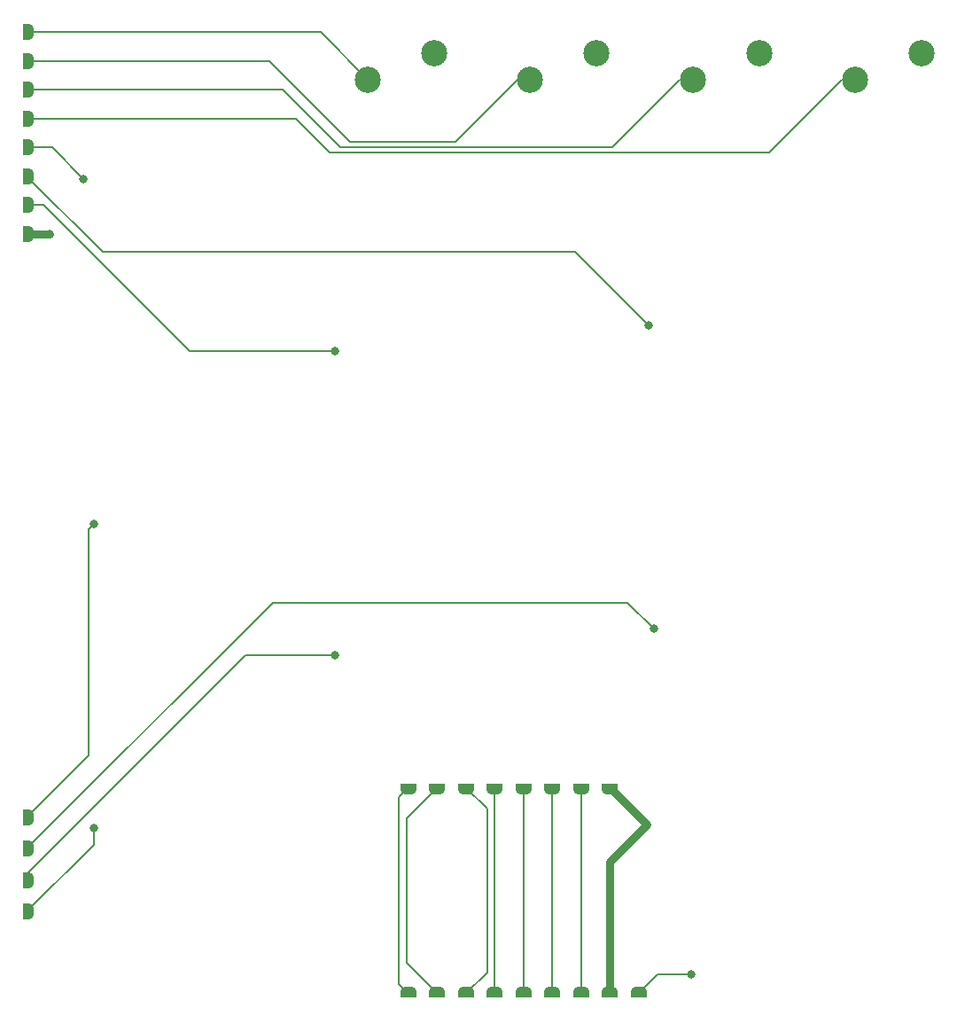
<source format=gbr>
%TF.GenerationSoftware,KiCad,Pcbnew,8.0.4*%
%TF.CreationDate,2024-07-29T01:23:14-07:00*%
%TF.ProjectId,panel_2,70616e65-6c5f-4322-9e6b-696361645f70,rev?*%
%TF.SameCoordinates,Original*%
%TF.FileFunction,Copper,L1,Top*%
%TF.FilePolarity,Positive*%
%FSLAX46Y46*%
G04 Gerber Fmt 4.6, Leading zero omitted, Abs format (unit mm)*
G04 Created by KiCad (PCBNEW 8.0.4) date 2024-07-29 01:23:14*
%MOMM*%
%LPD*%
G01*
G04 APERTURE LIST*
G04 Aperture macros list*
%AMFreePoly0*
4,1,19,0.000000,0.744911,0.071157,0.744911,0.207708,0.704816,0.327430,0.627875,0.420627,0.520320,0.479746,0.390866,0.500000,0.250000,0.500000,-0.250000,0.479746,-0.390866,0.420627,-0.520320,0.327430,-0.627875,0.207708,-0.704816,0.071157,-0.744911,0.000000,-0.744911,0.000000,-0.750000,-0.500000,-0.750000,-0.500000,0.750000,0.000000,0.750000,0.000000,0.744911,0.000000,0.744911,
$1*%
%AMFreePoly1*
4,1,19,0.500000,-0.750000,0.000000,-0.750000,0.000000,-0.744911,-0.071157,-0.744911,-0.207708,-0.704816,-0.327430,-0.627875,-0.420627,-0.520320,-0.479746,-0.390866,-0.500000,-0.250000,-0.500000,0.250000,-0.479746,0.390866,-0.420627,0.520320,-0.327430,0.627875,-0.207708,0.704816,-0.071157,0.744911,0.000000,0.744911,0.000000,0.750000,0.500000,0.750000,0.500000,-0.750000,0.500000,-0.750000,
$1*%
G04 Aperture macros list end*
%TA.AperFunction,SMDPad,CuDef*%
%ADD10FreePoly0,0.000000*%
%TD*%
%TA.AperFunction,ComponentPad*%
%ADD11C,2.500000*%
%TD*%
%TA.AperFunction,SMDPad,CuDef*%
%ADD12FreePoly0,90.000000*%
%TD*%
%TA.AperFunction,SMDPad,CuDef*%
%ADD13FreePoly1,90.000000*%
%TD*%
%TA.AperFunction,ViaPad*%
%ADD14C,0.800000*%
%TD*%
%TA.AperFunction,Conductor*%
%ADD15C,0.150000*%
%TD*%
%TA.AperFunction,Conductor*%
%ADD16C,0.800000*%
%TD*%
G04 APERTURE END LIST*
D10*
%TO.P,JP20,2,B*%
%TO.N,/Buttons/B1*%
X103255000Y-125800000D03*
%TD*%
D11*
%TO.P,SW10_SHARE,2,2*%
%TO.N,GND*%
X157590000Y-43800000D03*
%TO.P,SW10_SHARE,1,1*%
%TO.N,/Buttons/S1*%
X151240000Y-46340000D03*
%TD*%
%TO.P,SW14_PS,2,2*%
%TO.N,GND*%
X173090000Y-43800000D03*
%TO.P,SW14_PS,1,1*%
%TO.N,/Buttons/A1*%
X166740000Y-46340000D03*
%TD*%
%TO.P,SW15_TOUCHPAD,2,2*%
%TO.N,GND*%
X188590000Y-43800000D03*
%TO.P,SW15_TOUCHPAD,1,1*%
%TO.N,/Buttons/A2*%
X182240000Y-46340000D03*
%TD*%
D10*
%TO.P,JP26,2,B*%
%TO.N,/Buttons/R1*%
X103255000Y-55550000D03*
%TD*%
%TO.P,JP23,2,B*%
%TO.N,/Buttons/A1*%
X103255000Y-47300000D03*
%TD*%
%TO.P,JP19,2,B*%
%TO.N,/Buttons/B2*%
X103255000Y-122800000D03*
%TD*%
D11*
%TO.P,SW11_START,2,2*%
%TO.N,GND*%
X142090000Y-43800000D03*
%TO.P,SW11_START,1,1*%
%TO.N,/Buttons/S2*%
X135740000Y-46340000D03*
%TD*%
D10*
%TO.P,JP22,2,B*%
%TO.N,/Buttons/S1*%
X103255000Y-44550000D03*
%TD*%
%TO.P,JP27,2,B*%
%TO.N,/Buttons/B4*%
X103255000Y-58300000D03*
%TD*%
%TO.P,JP25,2,B*%
%TO.N,/Buttons/L1*%
X103255000Y-52800000D03*
%TD*%
%TO.P,JP18,2,B*%
%TO.N,/Buttons/R2*%
X103255000Y-119800000D03*
%TD*%
%TO.P,JP15,2,B*%
%TO.N,GND*%
X103255000Y-61050000D03*
%TD*%
%TO.P,JP21,2,B*%
%TO.N,/Buttons/S2*%
X103255000Y-41800000D03*
%TD*%
%TO.P,JP24,2,B*%
%TO.N,/Buttons/A2*%
X103255000Y-50050000D03*
%TD*%
%TO.P,JP17,2,B*%
%TO.N,/Buttons/B3*%
X103255000Y-116800000D03*
%TD*%
D12*
%TO.P,JP2,2,B*%
%TO.N,Net-(JP2-B)*%
X139600000Y-133442500D03*
%TD*%
D13*
%TO.P,JP23,1,A*%
%TO.N,Net-(JP23-A)*%
X145100000Y-114105000D03*
%TD*%
D12*
%TO.P,JP7,2,B*%
%TO.N,Net-(JP26-A)*%
X153350000Y-133442500D03*
%TD*%
D13*
%TO.P,JP22,1,A*%
%TO.N,Net-(JP22-A)*%
X142350000Y-114105000D03*
%TD*%
D12*
%TO.P,JP8,2,B*%
%TO.N,Net-(JP27-A)*%
X156100000Y-133442500D03*
%TD*%
D13*
%TO.P,JP24,1,A*%
%TO.N,Net-(JP24-A)*%
X147850000Y-114105000D03*
%TD*%
D12*
%TO.P,JP6,2,B*%
%TO.N,Net-(JP25-A)*%
X150600000Y-133442500D03*
%TD*%
%TO.P,JP3,2,B*%
%TO.N,Net-(JP22-A)*%
X142350000Y-133442500D03*
%TD*%
D13*
%TO.P,JP25,1,A*%
%TO.N,Net-(JP25-A)*%
X150600000Y-114105000D03*
%TD*%
%TO.P,JP21,1,A*%
%TO.N,Net-(JP2-B)*%
X139600000Y-114105000D03*
%TD*%
%TO.P,JP26,1,A*%
%TO.N,Net-(JP26-A)*%
X153350000Y-114105000D03*
%TD*%
D12*
%TO.P,JP1,2,B*%
%TO.N,GND*%
X158850000Y-133442500D03*
%TD*%
%TO.P,JP9,2,B*%
%TO.N,/Buttons/L3*%
X161650000Y-133442500D03*
%TD*%
%TO.P,JP5,2,B*%
%TO.N,Net-(JP24-A)*%
X147850000Y-133442500D03*
%TD*%
D13*
%TO.P,JP27,1,A*%
%TO.N,Net-(JP27-A)*%
X156100000Y-114105000D03*
%TD*%
%TO.P,JP15,1,A*%
%TO.N,GND*%
X158850000Y-114105000D03*
%TD*%
D12*
%TO.P,JP4,2,B*%
%TO.N,Net-(JP23-A)*%
X145100000Y-133442500D03*
%TD*%
D14*
%TO.N,GND*%
X105300000Y-61050000D03*
%TO.N,/Buttons/L1*%
X108550000Y-55800000D03*
%TO.N,/Buttons/R1*%
X162550000Y-69800000D03*
%TO.N,/Buttons/B4*%
X132550000Y-72300000D03*
%TO.N,/Buttons/B3*%
X109550000Y-88800000D03*
%TO.N,/Buttons/R2*%
X163050000Y-98800000D03*
%TO.N,/Buttons/B2*%
X132550000Y-101300000D03*
%TO.N,/Buttons/B1*%
X109550000Y-117800000D03*
%TO.N,GND*%
X162392094Y-117512094D03*
%TO.N,/Buttons/L3*%
X166600000Y-131770000D03*
%TD*%
D15*
%TO.N,Net-(JP2-B)*%
X138700000Y-114870000D02*
X139600000Y-113970000D01*
X138700000Y-132680000D02*
X138700000Y-114870000D01*
X139600000Y-133580000D02*
X138700000Y-132680000D01*
%TO.N,Net-(JP22-A)*%
X139450000Y-130680000D02*
X142350000Y-133580000D01*
X139450000Y-116870000D02*
X139450000Y-130680000D01*
X142350000Y-113970000D02*
X139450000Y-116870000D01*
D16*
%TO.N,GND*%
X105300000Y-61050000D02*
X103150000Y-61050000D01*
D15*
%TO.N,/Buttons/S2*%
X131200000Y-41800000D02*
X103150000Y-41800000D01*
X135740000Y-46340000D02*
X131200000Y-41800000D01*
%TO.N,/Buttons/S1*%
X151240000Y-46340000D02*
X150010000Y-46340000D01*
X126300000Y-44550000D02*
X103150000Y-44550000D01*
X150010000Y-46340000D02*
X144050000Y-52300000D01*
X144050000Y-52300000D02*
X134050000Y-52300000D01*
X103150000Y-44550000D02*
X103400000Y-44800000D01*
X134050000Y-52300000D02*
X126300000Y-44550000D01*
%TO.N,/Buttons/A1*%
X127579753Y-47300000D02*
X103150000Y-47300000D01*
X159050000Y-52800000D02*
X133079753Y-52800000D01*
X165510000Y-46340000D02*
X159050000Y-52800000D01*
X166740000Y-46340000D02*
X165510000Y-46340000D01*
X133079753Y-52800000D02*
X127579753Y-47300000D01*
%TO.N,/Buttons/A2*%
X128830000Y-50050000D02*
X103150000Y-50050000D01*
X182240000Y-46340000D02*
X181010000Y-46340000D01*
X181010000Y-46340000D02*
X174050000Y-53300000D01*
X132080000Y-53300000D02*
X128830000Y-50050000D01*
X174050000Y-53300000D02*
X132080000Y-53300000D01*
%TO.N,/Buttons/L1*%
X103150000Y-52800000D02*
X105550000Y-52800000D01*
X105550000Y-52800000D02*
X108550000Y-55800000D01*
%TO.N,/Buttons/R1*%
X110400000Y-62800000D02*
X155550000Y-62800000D01*
X103150000Y-55550000D02*
X110400000Y-62800000D01*
X155550000Y-62800000D02*
X162550000Y-69800000D01*
%TO.N,/Buttons/B4*%
X132550000Y-72300000D02*
X118727513Y-72300000D01*
X118727513Y-72300000D02*
X104727513Y-58300000D01*
X104727513Y-58300000D02*
X103150000Y-58300000D01*
%TO.N,/Buttons/B3*%
X103150000Y-116800000D02*
X109050000Y-110900000D01*
X109050000Y-110900000D02*
X109050000Y-89300000D01*
X109050000Y-89300000D02*
X109550000Y-88800000D01*
%TO.N,/Buttons/R2*%
X103150000Y-119800000D02*
X126650000Y-96300000D01*
X126650000Y-96300000D02*
X160550000Y-96300000D01*
X160550000Y-96300000D02*
X163050000Y-98800000D01*
%TO.N,/Buttons/B2*%
X103150000Y-122200000D02*
X124050000Y-101300000D01*
X103150000Y-122800000D02*
X103150000Y-122200000D01*
X132550000Y-101300000D02*
X124050000Y-101300000D01*
%TO.N,/Buttons/B1*%
X109550000Y-119400000D02*
X109550000Y-117800000D01*
X103150000Y-125800000D02*
X109550000Y-119400000D01*
D16*
%TO.N,GND*%
X158850000Y-121054188D02*
X158850000Y-133550000D01*
X158985000Y-114105000D02*
X158850000Y-114105000D01*
X162392094Y-117512094D02*
X158985000Y-114105000D01*
X162392094Y-117512094D02*
X158850000Y-121054188D01*
D15*
%TO.N,/Buttons/L3*%
X163430000Y-131770000D02*
X161650000Y-133550000D01*
X166600000Y-131770000D02*
X163430000Y-131770000D01*
%TO.N,Net-(JP23-A)*%
X145100000Y-113970000D02*
X147100000Y-115970000D01*
X147100000Y-131580000D02*
X145100000Y-133580000D01*
X147100000Y-115970000D02*
X147100000Y-131580000D01*
%TO.N,Net-(JP24-A)*%
X147850000Y-113970000D02*
X147850000Y-133580000D01*
%TO.N,Net-(JP25-A)*%
X150600000Y-113970000D02*
X150600000Y-133550000D01*
%TO.N,Net-(JP26-A)*%
X153350000Y-133550000D02*
X153350000Y-113970000D01*
%TO.N,Net-(JP27-A)*%
X156100000Y-113970000D02*
X156100000Y-133550000D01*
%TD*%
M02*

</source>
